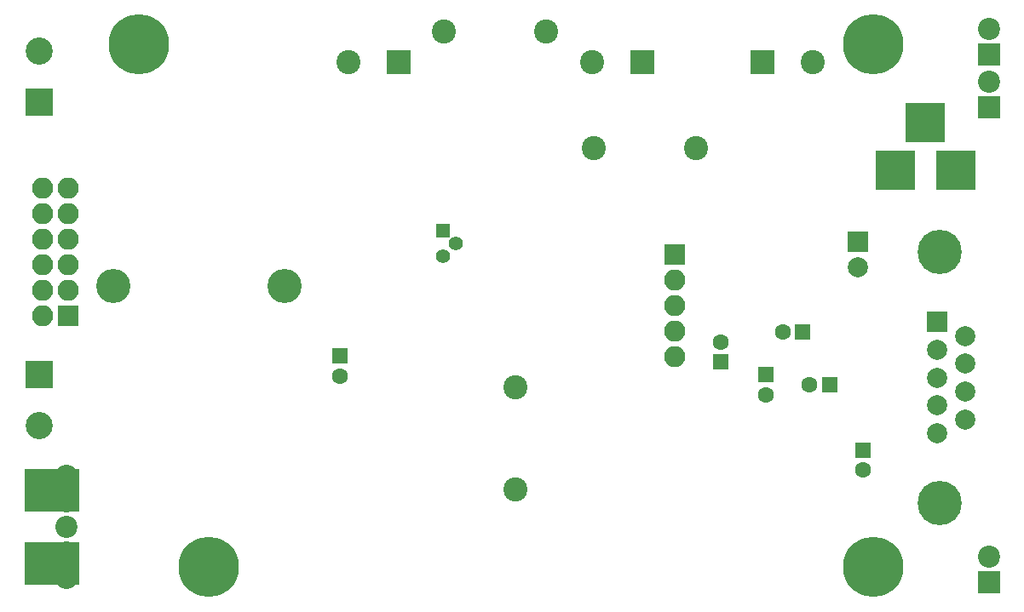
<source format=gbs>
G04 #@! TF.FileFunction,Soldermask,Bot*
%FSLAX46Y46*%
G04 Gerber Fmt 4.6, Leading zero omitted, Abs format (unit mm)*
G04 Created by KiCad (PCBNEW 4.0.7-e2-6376~58~ubuntu14.04.1) date Mon Feb 17 06:04:18 2020*
%MOMM*%
%LPD*%
G01*
G04 APERTURE LIST*
%ADD10C,0.100000*%
%ADD11R,2.200000X2.200000*%
%ADD12C,2.200000*%
%ADD13R,2.700000X2.700000*%
%ADD14C,2.700000*%
%ADD15R,2.000000X2.000000*%
%ADD16C,2.000000*%
%ADD17R,2.400000X2.400000*%
%ADD18C,2.400000*%
%ADD19R,1.600000X1.600000*%
%ADD20C,1.600000*%
%ADD21R,5.400000X4.360000*%
%ADD22R,3.900120X3.900120*%
%ADD23C,3.399740*%
%ADD24C,2.398980*%
%ADD25C,4.400000*%
%ADD26R,2.100000X2.100000*%
%ADD27O,2.100000X2.100000*%
%ADD28C,6.000000*%
%ADD29C,1.400000*%
%ADD30R,1.400000X1.400000*%
G04 APERTURE END LIST*
D10*
D11*
X159500000Y-34250000D03*
D12*
X159500000Y-31710000D03*
D13*
X65090000Y-60800000D03*
D14*
X65090000Y-65870000D03*
D15*
X146510000Y-47630000D03*
D16*
X146510000Y-50130000D03*
D17*
X137000000Y-29780000D03*
D18*
X142000000Y-29780000D03*
D17*
X125060000Y-29780000D03*
D18*
X120060000Y-29780000D03*
D19*
X95000000Y-59000000D03*
D20*
X95000000Y-61000000D03*
D17*
X100850000Y-29780000D03*
D18*
X95850000Y-29780000D03*
D12*
X67857000Y-81080000D03*
X67857000Y-70920000D03*
D21*
X66350000Y-72380000D03*
X66350000Y-79620000D03*
D12*
X67857000Y-78540000D03*
X67857000Y-73460000D03*
X67857000Y-76000000D03*
D22*
X150199860Y-40500000D03*
X156199340Y-40500000D03*
X153199600Y-35801000D03*
D23*
X89498840Y-52000000D03*
X72501160Y-52000000D03*
D24*
X130391260Y-38280000D03*
X120231260Y-38280000D03*
X115501260Y-26750000D03*
X105341260Y-26750000D03*
D19*
X143675000Y-61850000D03*
D20*
X141675000Y-61850000D03*
D19*
X141020000Y-56590000D03*
D20*
X139020000Y-56590000D03*
D19*
X137370000Y-60870000D03*
D20*
X137370000Y-62870000D03*
D19*
X146975000Y-68350000D03*
D20*
X146975000Y-70350000D03*
D15*
X154350000Y-55600000D03*
D16*
X154350000Y-58370000D03*
X154350000Y-61140000D03*
X154350000Y-63910000D03*
X154350000Y-66680000D03*
X157190000Y-56985000D03*
X157190000Y-59755000D03*
X157190000Y-62525000D03*
X157190000Y-65295000D03*
D25*
X154650000Y-73640000D03*
X154650000Y-48640000D03*
D26*
X128240000Y-48920000D03*
D27*
X128240000Y-51460000D03*
X128240000Y-54000000D03*
X128240000Y-56540000D03*
X128240000Y-59080000D03*
D24*
X112490000Y-62058740D03*
X112490000Y-72218740D03*
D11*
X159500000Y-81500000D03*
D12*
X159500000Y-78960000D03*
D11*
X159500000Y-29000000D03*
D12*
X159500000Y-26460000D03*
D28*
X82000000Y-80000000D03*
X148000000Y-80000000D03*
X148000000Y-28000000D03*
X75000000Y-28000000D03*
D13*
X65090000Y-33730000D03*
D14*
X65090000Y-28660000D03*
D26*
X68000000Y-55000000D03*
D27*
X65460000Y-55000000D03*
X68000000Y-52460000D03*
X65460000Y-52460000D03*
X68000000Y-49920000D03*
X65460000Y-49920000D03*
X68000000Y-47380000D03*
X65460000Y-47380000D03*
X68000000Y-44840000D03*
X65460000Y-44840000D03*
X68000000Y-42300000D03*
X65460000Y-42300000D03*
D29*
X106520000Y-47770000D03*
X105250000Y-49040000D03*
D30*
X105250000Y-46500000D03*
D19*
X132830000Y-59570000D03*
D20*
X132830000Y-57570000D03*
M02*

</source>
